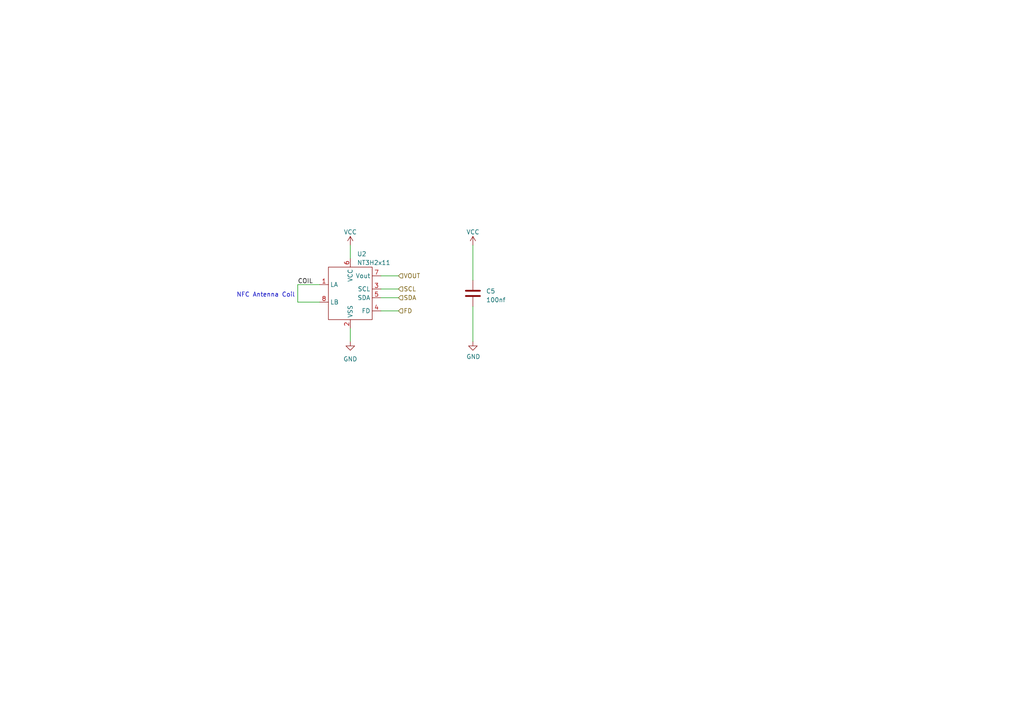
<source format=kicad_sch>
(kicad_sch (version 20231120) (generator "eeschema") (generator_version "8.0")
  (paper "A4")
  (title_block (title "NFC NTAG I2C tag") (date "2024-05-26") (rev "1.0") (comment 1 "CC-BY-SA"))
  (lib_symbols
    (symbol "Device:C" (pin_numbers hide) (pin_names (offset 0.254))
      (property "Reference" "C" (at 0.635 2.54 0))
      (property "Value" "C" (at 0.635 -2.54 0))
      (symbol "C_0_1"
        (polyline (pts (xy -2.032 -0.762) (xy 2.032 -0.762)) (stroke (width 0.508)))
        (polyline (pts (xy -2.032 0.762) (xy 2.032 0.762)) (stroke (width 0.508)))
      )
      (symbol "C_1_1"
        (pin passive line (at 0 3.81 270) (length 2.794) (name "~") (number "1"))
        (pin passive line (at 0 -3.81 90) (length 2.794) (name "~") (number "2"))
      )
    )
    (symbol "NFC:NT3H2x11"
      (property "Reference" "U" (at 0 0 0))
      (property "Value" "NT3H2x11" (at 0 0 0))
      (symbol "NT3H2x11_0_1"
        (rectangle (start -6.35 7.62) (end 6.35 -7.62))
      )
      (symbol "NT3H2x11_1_1"
        (pin unspecified line (at -8.89 2.54 0) (length 2.54) (name "LA") (number "1"))
        (pin power_in line (at 0 -10.16 90) (length 2.54) (name "VSS") (number "2"))
        (pin input line (at 8.89 1.27 180) (length 2.54) (name "SCL") (number "3"))
        (pin output line (at 8.89 -5.08 180) (length 2.54) (name "FD") (number "4"))
        (pin bidirectional line (at 8.89 -1.27 180) (length 2.54) (name "SDA") (number "5"))
        (pin power_in line (at 0 10.16 270) (length 2.54) (name "VCC") (number "6"))
        (pin power_out line (at 8.89 5.08 180) (length 2.54) (name "Vout") (number "7"))
        (pin unspecified line (at -8.89 -2.54 0) (length 2.54) (name "LB") (number "8"))
      )
    )
    (symbol "power:GND" (power) (pin_names (offset 0))
      (property "Value" "GND" (at 0 -3.81 0))
      (symbol "GND_0_1"
        (polyline (pts (xy 0 0) (xy 0 -1.27) (xy 1.27 -1.27) (xy 0 -2.54) (xy -1.27 -1.27) (xy 0 -1.27)))
      )
      (symbol "GND_1_1"
        (pin power_in line (at 0 0 270) (length 0) hide (name "GND") (number "1"))
      )
    )
    (symbol "power:VCC" (power) (pin_names (offset 0))
      (property "Value" "VCC" (at 0 3.81 0))
      (symbol "VCC_0_1"
        (polyline (pts (xy -0.762 1.27) (xy 0 2.54)))
        (polyline (pts (xy 0 0) (xy 0 2.54)))
        (polyline (pts (xy 0 2.54) (xy 0.762 1.27)))
      )
      (symbol "VCC_1_1"
        (pin power_in line (at 0 0 90) (length 0) hide (name "VCC") (number "1"))
      )
    )
  )
  (wire (pts (xy 110.49 90.17) (xy 115.57 90.17)))
  (wire (pts (xy 86.36 82.55) (xy 86.36 87.63)))
  (wire (pts (xy 110.49 86.36) (xy 115.57 86.36)))
  (wire (pts (xy 101.6 95.25) (xy 101.6 99.06)))
  (wire (pts (xy 86.36 87.63) (xy 92.71 87.63)))
  (wire (pts (xy 92.71 82.55) (xy 86.36 82.55)))
  (wire (pts (xy 101.6 71.12) (xy 101.6 74.93)))
  (wire (pts (xy 137.16 71.12) (xy 137.16 81.28)))
  (wire (pts (xy 137.16 88.9) (xy 137.16 99.06)))
  (wire (pts (xy 110.49 80.01) (xy 115.57 80.01)))
  (wire (pts (xy 110.49 83.82) (xy 115.57 83.82)))
  (text "NFC Antenna Coil" (at 68.58 86.36 0) (effects (font (size 1.27 1.27)) (justify left bottom)))
  (label "COIL" (at 86.36 82.55 0))
  (hierarchical_label "FD" (shape input) (at 115.57 90.17 0))
  (hierarchical_label "SDA" (shape input) (at 115.57 86.36 0))
  (hierarchical_label "SCL" (shape input) (at 115.57 83.82 0))
  (hierarchical_label "VOUT" (shape input) (at 115.57 80.01 0))
  (symbol (lib_id "power:GND") (at 101.6 99.06 0) (unit 1)
    (property "Reference" "#PWR02" (effects (hide yes)))
    (property "Value" "GND" (at 101.6 104.14 0))
    (instances (project "nfc_card_emulation" (path "" (reference "#PWR02") (unit 1))) (project "pov_badge" (path "" (reference "#PWR019") (unit 1))))
  )
  (symbol (lib_id "power:GND") (at 137.16 99.06 0) (unit 1)
    (property "Reference" "#PWR021" (effects (hide yes)))
    (property "Value" "GND" (at 137.287 103.4542 0))
  )
  (symbol (lib_id "power:VCC") (at 101.6 71.12 0) (unit 1)
    (property "Reference" "#PWR01" (effects (hide yes)))
    (property "Value" "VCC" (at 101.6 67.31 0))
    (instances (project "nfc_card_emulation" (path "" (reference "#PWR01") (unit 1))) (project "pov_badge" (path "" (reference "#PWR018") (unit 1))))
  )
  (symbol (lib_id "NFC:NT3H2x11") (at 101.6 85.09 0) (unit 1)
    (property "Reference" "U2" (at 103.5559 73.66 0) (effects (justify left)))
    (property "Value" "NT3H2x11" (at 103.5559 76.2 0) (effects (justify left)))
    (property "Footprint" "Package_SO:TSSOP-8_3x3mm_P0.65mm" (effects (hide yes)))
    (property "Datasheet" "https://www.nxp.com/docs/en/data-sheet/NT3H2111_2211.pdf" (effects (hide yes)))
    (instances (project "nfc_card_emulation" (path "" (reference "U2") (unit 1))) (project "pov_badge" (path "" (reference "U3") (unit 1))))
  )
  (symbol (lib_id "power:VCC") (at 137.16 71.12 0) (unit 1)
    (property "Reference" "#PWR020" (effects (hide yes)))
    (property "Value" "VCC" (at 137.16 67.31 0))
  )
  (symbol (lib_id "Device:C") (at 137.16 85.09 0) (unit 1)
    (property "Reference" "C5" (at 140.97 84.455 0) (effects (justify left)))
    (property "Value" "100nf" (at 140.97 86.995 0) (effects (justify left)))
    (property "Footprint" "Capacitor_SMD:C_0603_1608Metric" (effects (hide yes)))
  )
)
</source>
